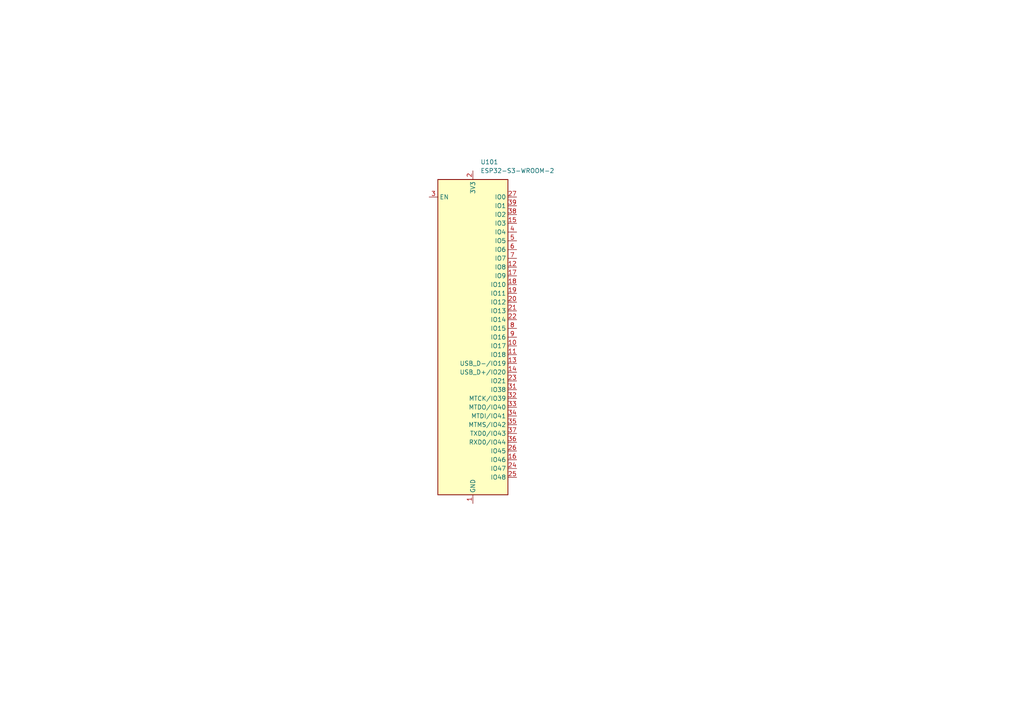
<source format=kicad_sch>
(kicad_sch (version 20231120) (generator "eeschema") (generator_version "8.0")
  (paper "A4")
  (lib_symbols
    (symbol "RF_Module:ESP32-S3-WROOM-2"
      (property "Reference" "U" (at -10.16 45.72 0))
      (property "Value" "ESP32-S3-WROOM-2" (at 2.54 45.72 0))
      (symbol "ESP32-S3-WROOM-2_0_1"
        (rectangle (start -10.16 45.72) (end 10.16 -45.72) (stroke (width 0.254)) (fill (type background)))
      )
      (symbol "ESP32-S3-WROOM-2_1_1"
        (pin power_in line (at 0 -48.26 90) (length 2.54) (name "GND") (number "1"))
        (pin bidirectional line (at 12.7 -2.54 180) (length 2.54) (name "IO17") (number "10"))
        (pin bidirectional line (at 12.7 -5.08 180) (length 2.54) (name "IO18") (number "11"))
        (pin bidirectional line (at 12.7 20.32 180) (length 2.54) (name "IO8") (number "12"))
        (pin bidirectional line (at 12.7 -7.62 180) (length 2.54) (name "USB_D-/IO19") (number "13"))
        (pin bidirectional line (at 12.7 -10.16 180) (length 2.54) (name "USB_D+/IO20") (number "14"))
        (pin bidirectional line (at 12.7 33.02 180) (length 2.54) (name "IO3") (number "15"))
        (pin bidirectional line (at 12.7 -35.56 180) (length 2.54) (name "IO46") (number "16"))
        (pin bidirectional line (at 12.7 17.78 180) (length 2.54) (name "IO9") (number "17"))
        (pin bidirectional line (at 12.7 15.24 180) (length 2.54) (name "IO10") (number "18"))
        (pin bidirectional line (at 12.7 12.7 180) (length 2.54) (name "IO11") (number "19"))
        (pin power_in line (at 0 48.26 270) (length 2.54) (name "3V3") (number "2"))
        (pin bidirectional line (at 12.7 10.16 180) (length 2.54) (name "IO12") (number "20"))
        (pin bidirectional line (at 12.7 7.62 180) (length 2.54) (name "IO13") (number "21"))
        (pin bidirectional line (at 12.7 5.08 180) (length 2.54) (name "IO14") (number "22"))
        (pin bidirectional line (at 12.7 -12.7 180) (length 2.54) (name "IO21") (number "23"))
        (pin bidirectional line (at 12.7 -38.1 180) (length 2.54) (name "IO47") (number "24"))
        (pin bidirectional line (at 12.7 -40.64 180) (length 2.54) (name "IO48") (number "25"))
        (pin bidirectional line (at 12.7 -33.02 180) (length 2.54) (name "IO45") (number "26"))
        (pin bidirectional line (at 12.7 40.64 180) (length 2.54) (name "IO0") (number "27"))
        (pin no_connect line (at -10.16 -35.56 0) (length 2.54) hide (name "NC") (number "28"))
        (pin no_connect line (at -10.16 -38.1 0) (length 2.54) hide (name "NC") (number "29"))
        (pin input line (at -12.7 40.64 0) (length 2.54) (name "EN") (number "3"))
        (pin no_connect line (at -10.16 -40.64 0) (length 2.54) hide (name "NC") (number "30"))
        (pin bidirectional line (at 12.7 -15.24 180) (length 2.54) (name "IO38") (number "31"))
        (pin bidirectional line (at 12.7 -17.78 180) (length 2.54) (name "MTCK/IO39") (number "32"))
        (pin bidirectional line (at 12.7 -20.32 180) (length 2.54) (name "MTDO/IO40") (number "33"))
        (pin bidirectional line (at 12.7 -22.86 180) (length 2.54) (name "MTDI/IO41") (number "34"))
        (pin bidirectional line (at 12.7 -25.4 180) (length 2.54) (name "MTMS/IO42") (number "35"))
        (pin bidirectional line (at 12.7 -30.48 180) (length 2.54) (name "RXD0/IO44") (number "36"))
        (pin bidirectional line (at 12.7 -27.94 180) (length 2.54) (name "TXD0/IO43") (number "37"))
        (pin bidirectional line (at 12.7 35.56 180) (length 2.54) (name "IO2") (number "38"))
        (pin bidirectional line (at 12.7 38.1 180) (length 2.54) (name "IO1") (number "39"))
        (pin bidirectional line (at 12.7 30.48 180) (length 2.54) (name "IO4") (number "4"))
        (pin passive line (at 0 -48.26 90) (length 2.54) hide (name "GND") (number "40"))
        (pin passive line (at 0 -48.26 90) (length 2.54) hide (name "GND") (number "41"))
        (pin bidirectional line (at 12.7 27.94 180) (length 2.54) (name "IO5") (number "5"))
        (pin bidirectional line (at 12.7 25.4 180) (length 2.54) (name "IO6") (number "6"))
        (pin bidirectional line (at 12.7 22.86 180) (length 2.54) (name "IO7") (number "7"))
        (pin bidirectional line (at 12.7 2.54 180) (length 2.54) (name "IO15") (number "8"))
        (pin bidirectional line (at 12.7 0 180) (length 2.54) (name "IO16") (number "9"))
      )
    )
  )
  (symbol (lib_id "RF_Module:ESP32-S3-WROOM-2") (at 137.16 97.79 0) (unit 1)
    (property "Reference" "U101" (at 139.3541 46.99 0) (effects (justify left)))
    (property "Value" "ESP32-S3-WROOM-2" (at 139.3541 49.53 0) (effects (justify left)))
    (property "Footprint" "RF_Module:ESP32-S3-WROOM-2" (effects (hide yes)))
    (property "Datasheet" "https://www.espressif.com/sites/default/files/documentation/esp32-s3-wroom-2_datasheet_en.pdf" (effects (hide yes)))
    (property "Description" "RF Module, 2.4 GHz, Wi­-Fi, Bluetooth, BLE, ESP32­-S3R8V" (effects (hide yes)))
  )
)
</source>
